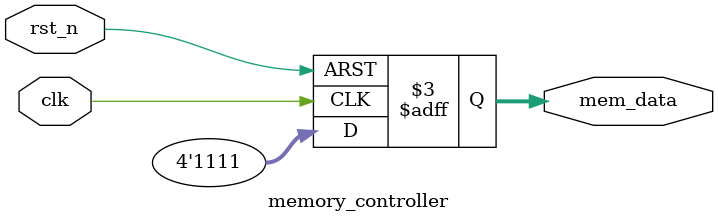
<source format=sv>
module reset_sync_with_ram #(
  parameter ADDR_WIDTH = 2
)(
  input  wire                     clk,
  input  wire                     rst_n,
  output wire                     synced,
  output wire [2**ADDR_WIDTH-1:0] mem_data
);
  
  // 内部连线
  wire reset_synced;
  
  // 实例化复位同步子模块
  reset_synchronizer u_reset_synchronizer (
    .clk      (clk),
    .rst_n    (rst_n),
    .synced   (reset_synced)
  );
  
  // 实例化内存控制子模块
  memory_controller #(
    .ADDR_WIDTH (ADDR_WIDTH)
  ) u_memory_controller (
    .clk       (clk),
    .rst_n     (rst_n),
    .mem_data  (mem_data)
  );
  
  // 将内部同步信号连接到输出
  assign synced = reset_synced;
  
endmodule

// 复位同步器子模块
module reset_synchronizer (
  input  wire  clk,
  input  wire  rst_n,
  output wire  synced
);
  
  // 同步复位信号寄存器
  reg flop;
  
  // 复位同步器逻辑
  always @(posedge clk or negedge rst_n) begin
    if(!rst_n) begin
      flop <= 1'b0;
    end else begin
      flop <= 1'b1;
    end
  end
  
  // 输出赋值
  assign synced = flop;
  
endmodule

// 内存控制器子模块
module memory_controller #(
  parameter ADDR_WIDTH = 2
)(
  input  wire                     clk,
  input  wire                     rst_n,
  output reg  [2**ADDR_WIDTH-1:0] mem_data
);
  
  // 内存数据控制逻辑
  always @(posedge clk or negedge rst_n) begin
    if(!rst_n) begin
      mem_data <= {(2**ADDR_WIDTH){1'b0}};
    end else begin
      mem_data <= {(2**ADDR_WIDTH){1'b1}};
    end
  end
  
endmodule
</source>
